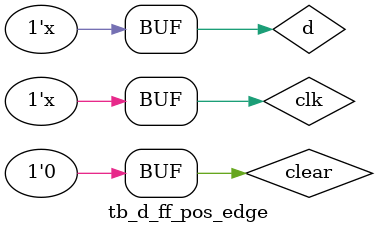
<source format=v>
`timescale 1ns / 1ps


module tb_d_ff_pos_edge;
     reg clear, clk, d;
     wire q, qbar;
     
     d_ff_pos_edge tb(.clear(clear), .clk(clk), .d(d), .q(q), .qbar(qbar));
     
     initial begin
     clk = 0; clear = 1; d = 0;
     #10 clear = 0;
     end
     always begin
        #3 clk = ~clk;
     end
     always begin
        #5 d = ~d;
     end
     
endmodule

</source>
